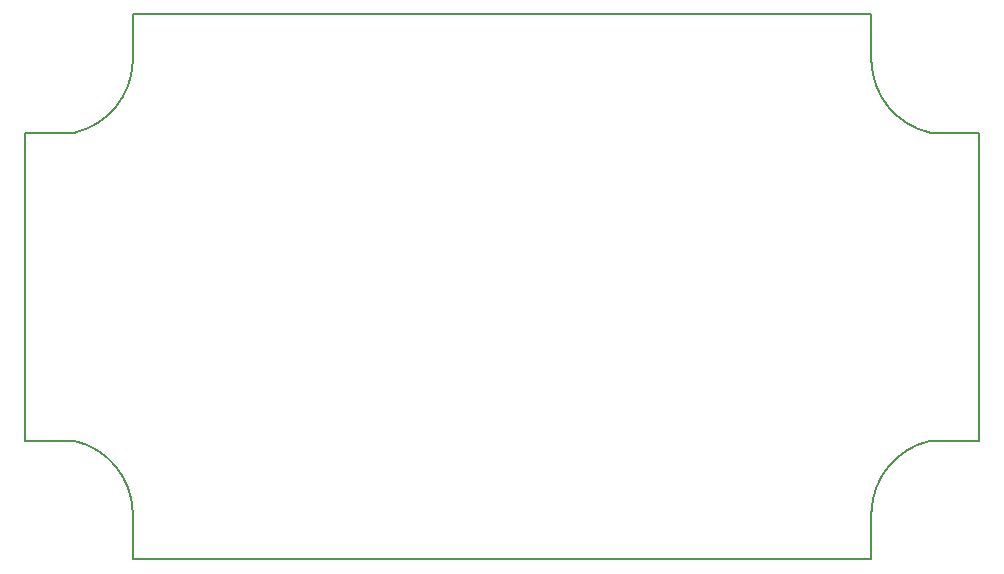
<source format=gbr>
G04 #@! TF.GenerationSoftware,KiCad,Pcbnew,(5.1.5)-3*
G04 #@! TF.CreationDate,2020-05-07T21:48:57-04:00*
G04 #@! TF.ProjectId,MOSFET Dummyload,4d4f5346-4554-4204-9475-6d6d796c6f61,rev?*
G04 #@! TF.SameCoordinates,Original*
G04 #@! TF.FileFunction,Profile,NP*
%FSLAX46Y46*%
G04 Gerber Fmt 4.6, Leading zero omitted, Abs format (unit mm)*
G04 Created by KiCad (PCBNEW (5.1.5)-3) date 2020-05-07 21:48:57*
%MOMM*%
%LPD*%
G04 APERTURE LIST*
%ADD10C,0.200000*%
G04 APERTURE END LIST*
D10*
X90000001Y-108111442D02*
G75*
G02X94921050Y-114105721I-1426001J-6187812D01*
G01*
X166581000Y-82000000D02*
X162390000Y-82000000D01*
X94921050Y-71992521D02*
X94921050Y-76005722D01*
X157468951Y-114105720D02*
G75*
G02X162390000Y-108111442I6347049J-193534D01*
G01*
X94921050Y-114105720D02*
X94921050Y-118118921D01*
X157468950Y-118118921D02*
X157468950Y-114105720D01*
X85809000Y-82000000D02*
X85809000Y-108111442D01*
X162389999Y-82000000D02*
G75*
G02X157468950Y-76005721I1426001J6187812D01*
G01*
X94921049Y-76005722D02*
G75*
G02X90000000Y-82000000I-6347049J193534D01*
G01*
X94921050Y-118118921D02*
X157468950Y-118118921D01*
X162390000Y-108111442D02*
X166581000Y-108111442D01*
X85809000Y-108111442D02*
X90000000Y-108111442D01*
X166581000Y-108111442D02*
X166581000Y-82000000D01*
X157468950Y-76005722D02*
X157468950Y-71992521D01*
X157468950Y-71992521D02*
X94921050Y-71992521D01*
X90000000Y-82000000D02*
X85809000Y-82000000D01*
M02*

</source>
